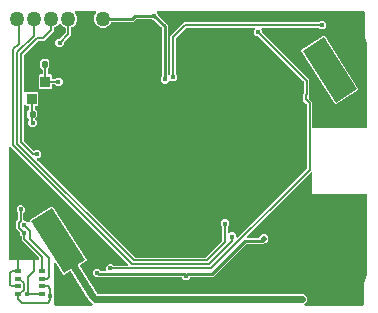
<source format=gbr>
G04 EAGLE Gerber RS-274X export*
G75*
%MOMM*%
%FSLAX34Y34*%
%LPD*%
%INBottom Copper*%
%IPPOS*%
%AMOC8*
5,1,8,0,0,1.08239X$1,22.5*%
G01*
%ADD10C,1.270000*%
%ADD11C,8.800000*%
%ADD12R,2.100000X5.200000*%
%ADD13R,0.850000X0.950000*%
%ADD14C,0.280800*%
%ADD15R,0.500000X0.350000*%
%ADD16C,0.403200*%
%ADD17C,0.453200*%
%ADD18C,0.203200*%
%ADD19C,0.200000*%
%ADD20C,0.254000*%
%ADD21C,0.503200*%
%ADD22C,0.609600*%

G36*
X177588Y47169D02*
X177588Y47169D01*
X177676Y47171D01*
X177729Y47188D01*
X177783Y47196D01*
X177863Y47232D01*
X177946Y47259D01*
X177986Y47287D01*
X178043Y47312D01*
X178156Y47408D01*
X178220Y47454D01*
X191416Y60650D01*
X191468Y60720D01*
X191528Y60784D01*
X191554Y60833D01*
X191587Y60877D01*
X191618Y60959D01*
X191658Y61037D01*
X191666Y61084D01*
X191688Y61143D01*
X191697Y61249D01*
X191699Y61256D01*
X191700Y61288D01*
X191700Y61290D01*
X191713Y61368D01*
X191713Y72864D01*
X191701Y72951D01*
X191698Y73039D01*
X191681Y73091D01*
X191673Y73146D01*
X191638Y73226D01*
X191611Y73309D01*
X191583Y73348D01*
X191557Y73405D01*
X191461Y73519D01*
X191416Y73582D01*
X190463Y74535D01*
X190463Y77465D01*
X192535Y79537D01*
X195465Y79537D01*
X197537Y77465D01*
X197537Y74535D01*
X196584Y73582D01*
X196532Y73513D01*
X196472Y73449D01*
X196446Y73399D01*
X196413Y73355D01*
X196382Y73273D01*
X196342Y73196D01*
X196334Y73148D01*
X196312Y73090D01*
X196300Y72942D01*
X196287Y72864D01*
X196287Y68739D01*
X196291Y68710D01*
X196288Y68681D01*
X196311Y68570D01*
X196327Y68458D01*
X196339Y68431D01*
X196344Y68402D01*
X196397Y68302D01*
X196443Y68199D01*
X196462Y68176D01*
X196475Y68150D01*
X196553Y68068D01*
X196626Y67982D01*
X196651Y67965D01*
X196671Y67944D01*
X196769Y67887D01*
X196863Y67824D01*
X196891Y67815D01*
X196916Y67800D01*
X197026Y67772D01*
X197134Y67738D01*
X197164Y67737D01*
X197192Y67730D01*
X197305Y67734D01*
X197418Y67731D01*
X197447Y67738D01*
X197476Y67739D01*
X197584Y67774D01*
X197693Y67803D01*
X197719Y67818D01*
X197747Y67827D01*
X197811Y67872D01*
X197938Y67948D01*
X197981Y67994D01*
X198020Y68022D01*
X198535Y68537D01*
X201465Y68537D01*
X203537Y66465D01*
X203537Y65199D01*
X203541Y65170D01*
X203538Y65141D01*
X203561Y65030D01*
X203577Y64918D01*
X203589Y64891D01*
X203594Y64862D01*
X203646Y64762D01*
X203693Y64658D01*
X203712Y64636D01*
X203725Y64610D01*
X203803Y64528D01*
X203876Y64441D01*
X203901Y64425D01*
X203921Y64404D01*
X204019Y64346D01*
X204113Y64284D01*
X204141Y64275D01*
X204166Y64260D01*
X204276Y64232D01*
X204384Y64198D01*
X204414Y64197D01*
X204442Y64190D01*
X204555Y64193D01*
X204668Y64190D01*
X204697Y64198D01*
X204726Y64199D01*
X204834Y64234D01*
X204943Y64262D01*
X204969Y64277D01*
X204997Y64286D01*
X205060Y64332D01*
X205188Y64408D01*
X205231Y64453D01*
X205270Y64481D01*
X262968Y122179D01*
X263020Y122249D01*
X263080Y122313D01*
X263106Y122362D01*
X263139Y122406D01*
X263170Y122488D01*
X263210Y122566D01*
X263218Y122614D01*
X263240Y122672D01*
X263252Y122820D01*
X263265Y122897D01*
X263265Y176688D01*
X263253Y176775D01*
X263250Y176862D01*
X263233Y176915D01*
X263225Y176970D01*
X263190Y177049D01*
X263163Y177133D01*
X263135Y177172D01*
X263109Y177229D01*
X263013Y177342D01*
X262968Y177406D01*
X260193Y180181D01*
X260193Y185819D01*
X260432Y186058D01*
X260484Y186128D01*
X260544Y186192D01*
X260570Y186241D01*
X260603Y186285D01*
X260634Y186367D01*
X260674Y186445D01*
X260682Y186492D01*
X260704Y186551D01*
X260716Y186699D01*
X260729Y186776D01*
X260729Y195639D01*
X260717Y195726D01*
X260714Y195813D01*
X260697Y195866D01*
X260689Y195920D01*
X260654Y196000D01*
X260627Y196083D01*
X260599Y196123D01*
X260573Y196180D01*
X260477Y196293D01*
X260432Y196357D01*
X222623Y234166D01*
X222553Y234218D01*
X222489Y234278D01*
X222440Y234304D01*
X222396Y234337D01*
X222314Y234368D01*
X222236Y234408D01*
X222188Y234416D01*
X222130Y234438D01*
X221982Y234450D01*
X221905Y234463D01*
X220535Y234463D01*
X218463Y236535D01*
X218463Y239465D01*
X218978Y239980D01*
X218996Y240004D01*
X219018Y240023D01*
X219081Y240117D01*
X219149Y240207D01*
X219160Y240235D01*
X219176Y240259D01*
X219210Y240367D01*
X219251Y240473D01*
X219253Y240502D01*
X219262Y240530D01*
X219265Y240643D01*
X219274Y240756D01*
X219268Y240785D01*
X219269Y240814D01*
X219240Y240924D01*
X219218Y241035D01*
X219205Y241061D01*
X219197Y241089D01*
X219140Y241187D01*
X219087Y241287D01*
X219067Y241309D01*
X219052Y241334D01*
X218969Y241411D01*
X218891Y241493D01*
X218866Y241508D01*
X218845Y241528D01*
X218744Y241580D01*
X218646Y241637D01*
X218618Y241644D01*
X218592Y241658D01*
X218514Y241671D01*
X218371Y241707D01*
X218308Y241705D01*
X218261Y241713D01*
X161368Y241713D01*
X161281Y241701D01*
X161194Y241698D01*
X161141Y241681D01*
X161086Y241673D01*
X161006Y241638D01*
X160923Y241611D01*
X160884Y241583D01*
X160827Y241557D01*
X160714Y241461D01*
X160650Y241416D01*
X152584Y233350D01*
X152532Y233280D01*
X152472Y233216D01*
X152446Y233167D01*
X152413Y233123D01*
X152382Y233041D01*
X152342Y232963D01*
X152334Y232916D01*
X152312Y232857D01*
X152300Y232710D01*
X152287Y232632D01*
X152287Y203136D01*
X152299Y203049D01*
X152302Y202961D01*
X152319Y202909D01*
X152327Y202854D01*
X152362Y202774D01*
X152389Y202691D01*
X152417Y202652D01*
X152443Y202595D01*
X152539Y202481D01*
X152584Y202418D01*
X153537Y201465D01*
X153537Y198535D01*
X151465Y196463D01*
X148535Y196463D01*
X148218Y196780D01*
X148171Y196816D01*
X148131Y196858D01*
X148058Y196901D01*
X147991Y196951D01*
X147936Y196972D01*
X147886Y197002D01*
X147804Y197022D01*
X147725Y197053D01*
X147667Y197057D01*
X147610Y197072D01*
X147526Y197069D01*
X147442Y197076D01*
X147384Y197065D01*
X147326Y197063D01*
X147246Y197037D01*
X147163Y197020D01*
X147111Y196993D01*
X147055Y196975D01*
X146999Y196935D01*
X146911Y196889D01*
X146838Y196820D01*
X146782Y196780D01*
X144465Y194463D01*
X141535Y194463D01*
X139463Y196535D01*
X139463Y199465D01*
X140162Y200164D01*
X140214Y200233D01*
X140274Y200297D01*
X140300Y200347D01*
X140333Y200391D01*
X140364Y200473D01*
X140404Y200550D01*
X140412Y200598D01*
X140434Y200656D01*
X140446Y200804D01*
X140459Y200882D01*
X140459Y241527D01*
X140447Y241614D01*
X140444Y241701D01*
X140427Y241754D01*
X140419Y241809D01*
X140384Y241888D01*
X140357Y241972D01*
X140329Y242011D01*
X140303Y242068D01*
X140207Y242181D01*
X140162Y242245D01*
X134241Y248166D01*
X134171Y248218D01*
X134107Y248278D01*
X134058Y248304D01*
X134014Y248337D01*
X133932Y248368D01*
X133854Y248408D01*
X133807Y248416D01*
X133748Y248438D01*
X133600Y248450D01*
X133523Y248463D01*
X132535Y248463D01*
X131836Y249162D01*
X131767Y249214D01*
X131703Y249274D01*
X131653Y249300D01*
X131609Y249333D01*
X131527Y249364D01*
X131450Y249404D01*
X131402Y249412D01*
X131344Y249434D01*
X131196Y249446D01*
X131119Y249459D01*
X119473Y249459D01*
X119386Y249447D01*
X119299Y249444D01*
X119246Y249427D01*
X119191Y249419D01*
X119112Y249384D01*
X119028Y249357D01*
X118989Y249329D01*
X118932Y249303D01*
X118819Y249207D01*
X118755Y249162D01*
X116502Y246909D01*
X98475Y246909D01*
X98473Y246909D01*
X98471Y246909D01*
X98331Y246889D01*
X98193Y246869D01*
X98192Y246869D01*
X98190Y246869D01*
X98064Y246812D01*
X97934Y246753D01*
X97932Y246752D01*
X97931Y246751D01*
X97824Y246660D01*
X97717Y246570D01*
X97716Y246568D01*
X97715Y246567D01*
X97706Y246554D01*
X97559Y246333D01*
X97550Y246304D01*
X97537Y246283D01*
X97061Y245133D01*
X94917Y242989D01*
X92116Y241829D01*
X89084Y241829D01*
X86283Y242989D01*
X84139Y245133D01*
X82979Y247934D01*
X82979Y250966D01*
X84139Y253767D01*
X84789Y254416D01*
X84806Y254440D01*
X84829Y254459D01*
X84892Y254553D01*
X84960Y254643D01*
X84970Y254671D01*
X84986Y254695D01*
X85021Y254803D01*
X85061Y254909D01*
X85063Y254938D01*
X85072Y254966D01*
X85075Y255080D01*
X85084Y255192D01*
X85079Y255221D01*
X85079Y255250D01*
X85051Y255360D01*
X85029Y255471D01*
X85015Y255497D01*
X85008Y255525D01*
X84950Y255623D01*
X84898Y255723D01*
X84877Y255745D01*
X84862Y255770D01*
X84780Y255847D01*
X84702Y255929D01*
X84677Y255944D01*
X84655Y255964D01*
X84554Y256016D01*
X84457Y256073D01*
X84428Y256080D01*
X84402Y256094D01*
X84325Y256107D01*
X84181Y256143D01*
X84119Y256141D01*
X84071Y256149D01*
X67729Y256149D01*
X67700Y256145D01*
X67671Y256148D01*
X67560Y256125D01*
X67448Y256109D01*
X67421Y256097D01*
X67392Y256092D01*
X67291Y256039D01*
X67188Y255993D01*
X67166Y255974D01*
X67140Y255961D01*
X67058Y255883D01*
X66971Y255810D01*
X66955Y255785D01*
X66934Y255765D01*
X66876Y255667D01*
X66814Y255573D01*
X66805Y255545D01*
X66790Y255520D01*
X66762Y255410D01*
X66728Y255302D01*
X66727Y255272D01*
X66720Y255244D01*
X66723Y255131D01*
X66721Y255018D01*
X66728Y254989D01*
X66729Y254960D01*
X66764Y254852D01*
X66792Y254743D01*
X66807Y254717D01*
X66816Y254689D01*
X66862Y254625D01*
X66938Y254498D01*
X66983Y254455D01*
X67011Y254416D01*
X67811Y253617D01*
X68971Y250816D01*
X68971Y247784D01*
X67811Y244983D01*
X65667Y242839D01*
X64263Y242258D01*
X64262Y242257D01*
X64261Y242257D01*
X64142Y242187D01*
X64019Y242114D01*
X64018Y242113D01*
X64016Y242112D01*
X63919Y242008D01*
X63823Y241907D01*
X63823Y241906D01*
X63822Y241904D01*
X63757Y241779D01*
X63693Y241654D01*
X63693Y241653D01*
X63692Y241651D01*
X63690Y241636D01*
X63638Y241375D01*
X63641Y241345D01*
X63637Y241320D01*
X63637Y235403D01*
X57834Y229600D01*
X57782Y229530D01*
X57722Y229466D01*
X57696Y229417D01*
X57663Y229373D01*
X57632Y229291D01*
X57592Y229213D01*
X57584Y229166D01*
X57562Y229107D01*
X57550Y228960D01*
X57537Y228882D01*
X57537Y227535D01*
X55465Y225463D01*
X52535Y225463D01*
X50463Y227535D01*
X50463Y230465D01*
X52535Y232537D01*
X53882Y232537D01*
X53969Y232549D01*
X54056Y232552D01*
X54109Y232569D01*
X54164Y232577D01*
X54244Y232612D01*
X54327Y232639D01*
X54366Y232667D01*
X54423Y232693D01*
X54536Y232789D01*
X54600Y232834D01*
X58766Y237000D01*
X58818Y237070D01*
X58878Y237134D01*
X58904Y237183D01*
X58937Y237227D01*
X58968Y237309D01*
X59008Y237387D01*
X59016Y237434D01*
X59038Y237493D01*
X59050Y237640D01*
X59063Y237718D01*
X59063Y241320D01*
X59063Y241322D01*
X59063Y241323D01*
X59043Y241463D01*
X59023Y241602D01*
X59023Y241603D01*
X59023Y241605D01*
X58966Y241731D01*
X58907Y241861D01*
X58906Y241862D01*
X58905Y241864D01*
X58814Y241971D01*
X58724Y242078D01*
X58722Y242079D01*
X58721Y242080D01*
X58708Y242088D01*
X58487Y242236D01*
X58458Y242245D01*
X58437Y242258D01*
X57033Y242839D01*
X54843Y245030D01*
X54796Y245065D01*
X54756Y245107D01*
X54683Y245150D01*
X54616Y245201D01*
X54561Y245222D01*
X54511Y245251D01*
X54429Y245272D01*
X54350Y245302D01*
X54292Y245307D01*
X54235Y245321D01*
X54151Y245318D01*
X54067Y245325D01*
X54009Y245314D01*
X53951Y245312D01*
X53871Y245286D01*
X53788Y245270D01*
X53736Y245243D01*
X53680Y245225D01*
X53624Y245185D01*
X53536Y245139D01*
X53463Y245070D01*
X53407Y245030D01*
X51367Y242989D01*
X49963Y242408D01*
X49962Y242407D01*
X49961Y242407D01*
X49842Y242337D01*
X49719Y242264D01*
X49718Y242263D01*
X49716Y242262D01*
X49619Y242158D01*
X49523Y242057D01*
X49523Y242056D01*
X49522Y242054D01*
X49457Y241929D01*
X49393Y241804D01*
X49393Y241803D01*
X49392Y241801D01*
X49390Y241786D01*
X49338Y241525D01*
X49341Y241495D01*
X49337Y241470D01*
X49337Y239103D01*
X47700Y237466D01*
X42584Y232350D01*
X40947Y230713D01*
X36037Y230713D01*
X35951Y230701D01*
X35863Y230698D01*
X35811Y230681D01*
X35756Y230673D01*
X35676Y230638D01*
X35593Y230611D01*
X35554Y230583D01*
X35497Y230557D01*
X35383Y230461D01*
X35320Y230416D01*
X23888Y218984D01*
X23836Y218915D01*
X23776Y218851D01*
X23750Y218801D01*
X23717Y218757D01*
X23686Y218676D01*
X23646Y218598D01*
X23638Y218550D01*
X23616Y218492D01*
X23604Y218344D01*
X23591Y218267D01*
X23591Y188339D01*
X23595Y188310D01*
X23592Y188281D01*
X23615Y188170D01*
X23631Y188057D01*
X23643Y188031D01*
X23648Y188002D01*
X23700Y187901D01*
X23747Y187798D01*
X23766Y187776D01*
X23779Y187749D01*
X23857Y187667D01*
X23930Y187581D01*
X23955Y187565D01*
X23975Y187543D01*
X24073Y187486D01*
X24167Y187423D01*
X24195Y187414D01*
X24220Y187400D01*
X24330Y187372D01*
X24438Y187338D01*
X24467Y187337D01*
X24496Y187330D01*
X24609Y187333D01*
X24722Y187330D01*
X24751Y187338D01*
X24780Y187339D01*
X24888Y187374D01*
X24997Y187402D01*
X25023Y187417D01*
X25051Y187426D01*
X25115Y187472D01*
X25242Y187547D01*
X25285Y187593D01*
X25324Y187621D01*
X25474Y187771D01*
X35026Y187771D01*
X35771Y187026D01*
X35771Y176474D01*
X35026Y175729D01*
X33986Y175729D01*
X33928Y175721D01*
X33870Y175723D01*
X33788Y175701D01*
X33704Y175689D01*
X33651Y175666D01*
X33595Y175651D01*
X33522Y175608D01*
X33445Y175573D01*
X33400Y175535D01*
X33350Y175506D01*
X33292Y175444D01*
X33228Y175390D01*
X33196Y175341D01*
X33156Y175298D01*
X33117Y175223D01*
X33070Y175153D01*
X33053Y175097D01*
X33026Y175045D01*
X33015Y174977D01*
X32985Y174882D01*
X32982Y174782D01*
X32971Y174714D01*
X32971Y173824D01*
X32983Y173738D01*
X32986Y173650D01*
X33003Y173598D01*
X33011Y173543D01*
X33046Y173463D01*
X33073Y173380D01*
X33101Y173341D01*
X33127Y173284D01*
X33223Y173170D01*
X33268Y173107D01*
X34671Y171704D01*
X34671Y166296D01*
X33406Y165031D01*
X33371Y164985D01*
X33329Y164944D01*
X33286Y164872D01*
X33235Y164804D01*
X33214Y164750D01*
X33185Y164699D01*
X33164Y164618D01*
X33134Y164539D01*
X33129Y164480D01*
X33115Y164424D01*
X33117Y164339D01*
X33110Y164255D01*
X33122Y164198D01*
X33124Y164140D01*
X33150Y164059D01*
X33166Y163977D01*
X33193Y163925D01*
X33211Y163869D01*
X33251Y163813D01*
X33297Y163724D01*
X33366Y163652D01*
X33406Y163596D01*
X34537Y162465D01*
X34537Y159535D01*
X32465Y157463D01*
X29535Y157463D01*
X27463Y159535D01*
X27463Y162465D01*
X28132Y163134D01*
X28184Y163203D01*
X28244Y163267D01*
X28270Y163317D01*
X28303Y163361D01*
X28334Y163443D01*
X28374Y163520D01*
X28382Y163568D01*
X28404Y163626D01*
X28416Y163774D01*
X28429Y163852D01*
X28429Y164176D01*
X28417Y164262D01*
X28414Y164350D01*
X28397Y164402D01*
X28389Y164457D01*
X28354Y164537D01*
X28327Y164620D01*
X28299Y164659D01*
X28273Y164716D01*
X28177Y164830D01*
X28132Y164893D01*
X26729Y166296D01*
X26729Y171704D01*
X28132Y173107D01*
X28184Y173176D01*
X28244Y173240D01*
X28270Y173290D01*
X28303Y173334D01*
X28334Y173416D01*
X28374Y173493D01*
X28382Y173541D01*
X28404Y173599D01*
X28416Y173747D01*
X28429Y173824D01*
X28429Y174714D01*
X28421Y174772D01*
X28423Y174830D01*
X28401Y174912D01*
X28389Y174996D01*
X28366Y175049D01*
X28351Y175105D01*
X28308Y175178D01*
X28273Y175255D01*
X28235Y175300D01*
X28206Y175350D01*
X28144Y175408D01*
X28090Y175472D01*
X28041Y175504D01*
X27998Y175544D01*
X27923Y175583D01*
X27853Y175630D01*
X27797Y175647D01*
X27745Y175674D01*
X27677Y175685D01*
X27582Y175715D01*
X27482Y175718D01*
X27414Y175729D01*
X25474Y175729D01*
X25324Y175879D01*
X25300Y175897D01*
X25281Y175919D01*
X25226Y175956D01*
X25219Y175963D01*
X25207Y175969D01*
X25187Y175982D01*
X25097Y176050D01*
X25069Y176060D01*
X25045Y176077D01*
X24937Y176111D01*
X24831Y176151D01*
X24802Y176154D01*
X24774Y176162D01*
X24661Y176165D01*
X24548Y176175D01*
X24519Y176169D01*
X24490Y176170D01*
X24380Y176141D01*
X24269Y176119D01*
X24243Y176105D01*
X24215Y176098D01*
X24117Y176040D01*
X24017Y175988D01*
X23995Y175968D01*
X23970Y175953D01*
X23893Y175870D01*
X23811Y175792D01*
X23796Y175767D01*
X23776Y175745D01*
X23724Y175645D01*
X23667Y175547D01*
X23660Y175518D01*
X23646Y175492D01*
X23633Y175415D01*
X23597Y175271D01*
X23599Y175209D01*
X23591Y175161D01*
X23591Y146403D01*
X23603Y146317D01*
X23606Y146229D01*
X23623Y146177D01*
X23631Y146122D01*
X23666Y146042D01*
X23693Y145959D01*
X23721Y145919D01*
X23747Y145862D01*
X23843Y145749D01*
X23888Y145685D01*
X31568Y138005D01*
X31615Y137970D01*
X31655Y137928D01*
X31728Y137885D01*
X31795Y137835D01*
X31850Y137814D01*
X31900Y137784D01*
X31982Y137763D01*
X32061Y137733D01*
X32119Y137729D01*
X32176Y137714D01*
X32260Y137717D01*
X32344Y137710D01*
X32401Y137721D01*
X32460Y137723D01*
X32540Y137749D01*
X32623Y137766D01*
X32675Y137793D01*
X32730Y137811D01*
X32787Y137851D01*
X32875Y137897D01*
X32948Y137965D01*
X33004Y138005D01*
X33535Y138537D01*
X36465Y138537D01*
X38537Y136465D01*
X38537Y133535D01*
X36465Y131463D01*
X35891Y131463D01*
X35862Y131459D01*
X35833Y131462D01*
X35722Y131439D01*
X35610Y131423D01*
X35583Y131411D01*
X35554Y131406D01*
X35454Y131354D01*
X35351Y131307D01*
X35328Y131288D01*
X35302Y131275D01*
X35220Y131197D01*
X35134Y131124D01*
X35117Y131099D01*
X35096Y131079D01*
X35039Y130981D01*
X34976Y130887D01*
X34967Y130859D01*
X34952Y130834D01*
X34924Y130724D01*
X34890Y130616D01*
X34889Y130586D01*
X34882Y130558D01*
X34886Y130445D01*
X34883Y130332D01*
X34890Y130303D01*
X34891Y130274D01*
X34926Y130166D01*
X34955Y130057D01*
X34970Y130031D01*
X34979Y130003D01*
X35024Y129940D01*
X35100Y129812D01*
X35146Y129769D01*
X35174Y129730D01*
X117450Y47454D01*
X117520Y47401D01*
X117584Y47341D01*
X117633Y47316D01*
X117677Y47283D01*
X117759Y47252D01*
X117837Y47212D01*
X117884Y47204D01*
X117943Y47182D01*
X118091Y47169D01*
X118168Y47156D01*
X177502Y47156D01*
X177588Y47169D01*
G37*
G36*
X310692Y6609D02*
X310692Y6609D01*
X310750Y6607D01*
X310832Y6629D01*
X310916Y6641D01*
X310969Y6664D01*
X311025Y6679D01*
X311098Y6722D01*
X311175Y6757D01*
X311220Y6795D01*
X311270Y6824D01*
X311328Y6886D01*
X311392Y6940D01*
X311424Y6989D01*
X311464Y7032D01*
X311503Y7107D01*
X311550Y7177D01*
X311567Y7233D01*
X311594Y7285D01*
X311605Y7353D01*
X311635Y7448D01*
X311638Y7548D01*
X311649Y7616D01*
X311649Y25476D01*
X313966Y32604D01*
X314015Y32884D01*
X314013Y32903D01*
X314015Y32918D01*
X314015Y100000D01*
X314007Y100058D01*
X314009Y100116D01*
X313987Y100198D01*
X313975Y100282D01*
X313952Y100335D01*
X313937Y100391D01*
X313894Y100464D01*
X313859Y100541D01*
X313821Y100586D01*
X313792Y100636D01*
X313730Y100694D01*
X313676Y100758D01*
X313627Y100790D01*
X313584Y100830D01*
X313509Y100869D01*
X313439Y100916D01*
X313383Y100933D01*
X313331Y100960D01*
X313263Y100971D01*
X313168Y101001D01*
X313068Y101004D01*
X313000Y101015D01*
X268015Y101015D01*
X268015Y118353D01*
X268011Y118382D01*
X268014Y118411D01*
X267991Y118522D01*
X267975Y118634D01*
X267963Y118661D01*
X267958Y118690D01*
X267906Y118790D01*
X267859Y118894D01*
X267840Y118916D01*
X267827Y118942D01*
X267749Y119024D01*
X267676Y119111D01*
X267651Y119127D01*
X267631Y119148D01*
X267533Y119206D01*
X267439Y119268D01*
X267411Y119277D01*
X267386Y119292D01*
X267276Y119320D01*
X267168Y119354D01*
X267138Y119355D01*
X267110Y119362D01*
X266997Y119359D01*
X266884Y119361D01*
X266855Y119354D01*
X266826Y119353D01*
X266718Y119318D01*
X266609Y119290D01*
X266583Y119275D01*
X266555Y119266D01*
X266492Y119220D01*
X266364Y119144D01*
X266321Y119099D01*
X266282Y119071D01*
X212485Y65274D01*
X212468Y65250D01*
X212445Y65231D01*
X212382Y65137D01*
X212314Y65047D01*
X212304Y65019D01*
X212288Y64995D01*
X212253Y64887D01*
X212213Y64781D01*
X212211Y64752D01*
X212202Y64724D01*
X212199Y64610D01*
X212189Y64498D01*
X212195Y64469D01*
X212194Y64440D01*
X212223Y64330D01*
X212245Y64219D01*
X212259Y64193D01*
X212266Y64165D01*
X212324Y64067D01*
X212376Y63967D01*
X212397Y63945D01*
X212412Y63920D01*
X212494Y63843D01*
X212572Y63761D01*
X212597Y63746D01*
X212619Y63726D01*
X212720Y63674D01*
X212817Y63617D01*
X212846Y63610D01*
X212872Y63596D01*
X212949Y63583D01*
X213093Y63547D01*
X213155Y63549D01*
X213203Y63541D01*
X222198Y63541D01*
X222256Y63549D01*
X222314Y63547D01*
X222396Y63569D01*
X222480Y63581D01*
X222533Y63604D01*
X222589Y63619D01*
X222662Y63662D01*
X222739Y63697D01*
X222784Y63735D01*
X222834Y63764D01*
X222892Y63826D01*
X222956Y63880D01*
X222988Y63929D01*
X223028Y63972D01*
X223067Y64047D01*
X223114Y64117D01*
X223131Y64173D01*
X223158Y64225D01*
X223169Y64293D01*
X223199Y64388D01*
X223202Y64488D01*
X223213Y64556D01*
X223213Y64569D01*
X225431Y66787D01*
X228569Y66787D01*
X230787Y64569D01*
X230787Y61431D01*
X228569Y59213D01*
X227227Y59213D01*
X227140Y59201D01*
X227053Y59198D01*
X227000Y59181D01*
X226945Y59173D01*
X226866Y59138D01*
X226782Y59111D01*
X226743Y59083D01*
X226686Y59057D01*
X226573Y58961D01*
X226509Y58916D01*
X226052Y58459D01*
X212270Y58459D01*
X212183Y58447D01*
X212096Y58444D01*
X212043Y58427D01*
X211988Y58419D01*
X211908Y58384D01*
X211825Y58357D01*
X211786Y58329D01*
X211729Y58303D01*
X211616Y58207D01*
X211552Y58162D01*
X183849Y30459D01*
X164881Y30459D01*
X164795Y30447D01*
X164707Y30444D01*
X164655Y30427D01*
X164600Y30419D01*
X164520Y30384D01*
X164437Y30357D01*
X164398Y30329D01*
X164341Y30303D01*
X164227Y30207D01*
X164164Y30162D01*
X162465Y28463D01*
X159535Y28463D01*
X157836Y30162D01*
X157767Y30214D01*
X157703Y30274D01*
X157653Y30300D01*
X157609Y30333D01*
X157527Y30364D01*
X157450Y30404D01*
X157402Y30412D01*
X157344Y30434D01*
X157196Y30446D01*
X157119Y30459D01*
X85547Y30459D01*
X85523Y30463D01*
X84535Y30463D01*
X82463Y32535D01*
X82463Y35465D01*
X84535Y37537D01*
X87465Y37537D01*
X89164Y35838D01*
X89233Y35786D01*
X89297Y35726D01*
X89347Y35700D01*
X89391Y35667D01*
X89473Y35636D01*
X89550Y35596D01*
X89598Y35588D01*
X89656Y35566D01*
X89804Y35554D01*
X89882Y35541D01*
X92448Y35541D01*
X92506Y35549D01*
X92564Y35547D01*
X92646Y35569D01*
X92730Y35581D01*
X92783Y35604D01*
X92839Y35619D01*
X92912Y35662D01*
X92989Y35697D01*
X93034Y35735D01*
X93084Y35764D01*
X93142Y35826D01*
X93206Y35880D01*
X93238Y35929D01*
X93278Y35972D01*
X93317Y36047D01*
X93364Y36117D01*
X93381Y36173D01*
X93408Y36225D01*
X93419Y36293D01*
X93449Y36388D01*
X93452Y36488D01*
X93463Y36556D01*
X93463Y39465D01*
X95535Y41537D01*
X98465Y41537D01*
X99434Y40568D01*
X99503Y40516D01*
X99567Y40456D01*
X99617Y40430D01*
X99661Y40397D01*
X99743Y40366D01*
X99820Y40326D01*
X99868Y40318D01*
X99926Y40296D01*
X100074Y40284D01*
X100152Y40271D01*
X111044Y40271D01*
X111073Y40275D01*
X111103Y40272D01*
X111214Y40295D01*
X111326Y40311D01*
X111353Y40323D01*
X111381Y40328D01*
X111482Y40380D01*
X111585Y40427D01*
X111608Y40446D01*
X111634Y40459D01*
X111716Y40537D01*
X111802Y40610D01*
X111818Y40635D01*
X111840Y40655D01*
X111897Y40753D01*
X111960Y40847D01*
X111969Y40875D01*
X111983Y40900D01*
X112011Y41010D01*
X112046Y41118D01*
X112046Y41148D01*
X112054Y41176D01*
X112050Y41289D01*
X112053Y41402D01*
X112045Y41431D01*
X112045Y41460D01*
X112010Y41568D01*
X111981Y41677D01*
X111966Y41703D01*
X111957Y41731D01*
X111912Y41794D01*
X111836Y41922D01*
X111790Y41965D01*
X111762Y42004D01*
X14050Y139716D01*
X12834Y140932D01*
X12810Y140950D01*
X12791Y140972D01*
X12697Y141035D01*
X12607Y141103D01*
X12579Y141114D01*
X12555Y141130D01*
X12447Y141164D01*
X12341Y141204D01*
X12312Y141207D01*
X12284Y141216D01*
X12170Y141219D01*
X12058Y141228D01*
X12029Y141222D01*
X12000Y141223D01*
X11890Y141194D01*
X11779Y141172D01*
X11753Y141158D01*
X11725Y141151D01*
X11627Y141093D01*
X11527Y141041D01*
X11505Y141021D01*
X11480Y141006D01*
X11403Y140923D01*
X11321Y140845D01*
X11306Y140820D01*
X11286Y140799D01*
X11234Y140698D01*
X11177Y140600D01*
X11170Y140572D01*
X11156Y140545D01*
X11143Y140468D01*
X11107Y140324D01*
X11109Y140262D01*
X11101Y140214D01*
X11101Y46000D01*
X11109Y45942D01*
X11107Y45884D01*
X11129Y45802D01*
X11141Y45719D01*
X11164Y45665D01*
X11179Y45609D01*
X11222Y45536D01*
X11257Y45459D01*
X11295Y45414D01*
X11324Y45364D01*
X11386Y45306D01*
X11440Y45242D01*
X11489Y45210D01*
X11532Y45170D01*
X11607Y45131D01*
X11677Y45085D01*
X11733Y45067D01*
X11785Y45040D01*
X11853Y45029D01*
X11948Y44999D01*
X12048Y44996D01*
X12116Y44985D01*
X35714Y44985D01*
X35772Y44993D01*
X35830Y44991D01*
X35912Y45013D01*
X35996Y45025D01*
X36049Y45049D01*
X36105Y45063D01*
X36178Y45106D01*
X36255Y45141D01*
X36300Y45179D01*
X36350Y45209D01*
X36408Y45270D01*
X36472Y45325D01*
X36504Y45373D01*
X36544Y45416D01*
X36583Y45491D01*
X36630Y45561D01*
X36647Y45617D01*
X36674Y45669D01*
X36685Y45737D01*
X36715Y45832D01*
X36718Y45932D01*
X36729Y46000D01*
X36729Y46639D01*
X36717Y46726D01*
X36714Y46813D01*
X36697Y46866D01*
X36689Y46920D01*
X36654Y47000D01*
X36627Y47083D01*
X36599Y47123D01*
X36573Y47180D01*
X36477Y47293D01*
X36432Y47357D01*
X21729Y62059D01*
X21729Y64848D01*
X21717Y64935D01*
X21714Y65023D01*
X21697Y65075D01*
X21689Y65130D01*
X21654Y65210D01*
X21627Y65293D01*
X21599Y65332D01*
X21573Y65389D01*
X21477Y65503D01*
X21432Y65566D01*
X20463Y66535D01*
X20463Y67905D01*
X20451Y67992D01*
X20448Y68079D01*
X20431Y68132D01*
X20423Y68186D01*
X20388Y68266D01*
X20361Y68349D01*
X20333Y68389D01*
X20307Y68446D01*
X20211Y68559D01*
X20166Y68623D01*
X17193Y71595D01*
X17193Y77819D01*
X18432Y79058D01*
X18484Y79128D01*
X18544Y79192D01*
X18570Y79241D01*
X18603Y79285D01*
X18634Y79367D01*
X18674Y79445D01*
X18682Y79492D01*
X18704Y79551D01*
X18716Y79699D01*
X18729Y79776D01*
X18729Y84848D01*
X18717Y84935D01*
X18714Y85023D01*
X18697Y85075D01*
X18689Y85130D01*
X18654Y85210D01*
X18627Y85293D01*
X18599Y85332D01*
X18573Y85389D01*
X18477Y85503D01*
X18432Y85566D01*
X17463Y86535D01*
X17463Y89465D01*
X19535Y91537D01*
X22465Y91537D01*
X24537Y89465D01*
X24537Y86535D01*
X23568Y85566D01*
X23516Y85497D01*
X23456Y85433D01*
X23430Y85383D01*
X23397Y85339D01*
X23366Y85257D01*
X23326Y85180D01*
X23318Y85132D01*
X23296Y85074D01*
X23285Y84945D01*
X23285Y84943D01*
X23285Y84936D01*
X23284Y84926D01*
X23271Y84848D01*
X23271Y79552D01*
X23279Y79494D01*
X23277Y79436D01*
X23299Y79354D01*
X23311Y79270D01*
X23334Y79217D01*
X23349Y79161D01*
X23392Y79088D01*
X23427Y79011D01*
X23465Y78966D01*
X23494Y78916D01*
X23556Y78858D01*
X23610Y78794D01*
X23659Y78762D01*
X23702Y78722D01*
X23777Y78683D01*
X23847Y78636D01*
X23903Y78619D01*
X23955Y78592D01*
X24023Y78581D01*
X24118Y78551D01*
X24218Y78548D01*
X24286Y78537D01*
X25465Y78537D01*
X26745Y77257D01*
X26793Y77221D01*
X26835Y77177D01*
X26906Y77136D01*
X26972Y77086D01*
X27028Y77064D01*
X27081Y77034D01*
X27161Y77014D01*
X27238Y76985D01*
X27298Y76980D01*
X27356Y76965D01*
X27439Y76968D01*
X27521Y76961D01*
X27580Y76973D01*
X27640Y76975D01*
X27719Y77001D01*
X27800Y77017D01*
X27853Y77045D01*
X27911Y77064D01*
X27979Y77110D01*
X28052Y77148D01*
X28096Y77190D01*
X28146Y77223D01*
X28198Y77287D01*
X28258Y77344D01*
X28289Y77396D01*
X28327Y77442D01*
X28353Y77505D01*
X28402Y77589D01*
X28427Y77688D01*
X28454Y77753D01*
X28655Y78653D01*
X47274Y90470D01*
X48302Y90240D01*
X76729Y45446D01*
X76499Y44419D01*
X71425Y41198D01*
X71385Y41164D01*
X71339Y41138D01*
X71277Y41072D01*
X71208Y41014D01*
X71179Y40970D01*
X71143Y40932D01*
X71101Y40852D01*
X71052Y40777D01*
X71036Y40726D01*
X71012Y40680D01*
X70994Y40591D01*
X70967Y40505D01*
X70966Y40453D01*
X70955Y40401D01*
X70963Y40311D01*
X70961Y40221D01*
X70974Y40170D01*
X70978Y40118D01*
X71006Y40051D01*
X71033Y39946D01*
X71081Y39867D01*
X71106Y39807D01*
X85346Y16800D01*
X85386Y16752D01*
X85418Y16698D01*
X85477Y16643D01*
X85528Y16581D01*
X85580Y16546D01*
X85625Y16504D01*
X85697Y16467D01*
X85764Y16422D01*
X85823Y16403D01*
X85878Y16374D01*
X85944Y16363D01*
X86034Y16334D01*
X86139Y16331D01*
X86209Y16319D01*
X260789Y16319D01*
X263319Y13789D01*
X263319Y10211D01*
X261441Y8334D01*
X261424Y8310D01*
X261401Y8291D01*
X261339Y8197D01*
X261271Y8107D01*
X261260Y8079D01*
X261244Y8055D01*
X261210Y7947D01*
X261169Y7841D01*
X261167Y7812D01*
X261158Y7784D01*
X261155Y7670D01*
X261146Y7558D01*
X261152Y7529D01*
X261151Y7500D01*
X261179Y7390D01*
X261202Y7279D01*
X261215Y7253D01*
X261223Y7225D01*
X261280Y7127D01*
X261333Y7027D01*
X261353Y7005D01*
X261368Y6980D01*
X261450Y6903D01*
X261528Y6821D01*
X261554Y6806D01*
X261575Y6786D01*
X261676Y6734D01*
X261774Y6677D01*
X261802Y6670D01*
X261828Y6656D01*
X261906Y6643D01*
X262049Y6607D01*
X262112Y6609D01*
X262159Y6601D01*
X310634Y6601D01*
X310692Y6609D01*
G37*
G36*
X313058Y156993D02*
X313058Y156993D01*
X313116Y156991D01*
X313198Y157013D01*
X313282Y157025D01*
X313335Y157049D01*
X313391Y157063D01*
X313464Y157106D01*
X313541Y157141D01*
X313586Y157179D01*
X313636Y157209D01*
X313694Y157270D01*
X313758Y157325D01*
X313790Y157373D01*
X313830Y157416D01*
X313869Y157491D01*
X313916Y157561D01*
X313933Y157617D01*
X313960Y157669D01*
X313971Y157737D01*
X314001Y157832D01*
X314004Y157932D01*
X314015Y158000D01*
X314015Y228723D01*
X314009Y228766D01*
X314012Y228809D01*
X313993Y228883D01*
X313975Y229004D01*
X313943Y229077D01*
X313928Y229134D01*
X312262Y232891D01*
X312186Y235990D01*
X312173Y236065D01*
X312171Y236140D01*
X312150Y236204D01*
X312149Y236210D01*
X312149Y237455D01*
X312147Y237469D01*
X312149Y237480D01*
X312118Y238715D01*
X312129Y238745D01*
X312137Y238870D01*
X312149Y238946D01*
X312149Y255134D01*
X312141Y255192D01*
X312143Y255250D01*
X312121Y255332D01*
X312109Y255416D01*
X312086Y255469D01*
X312071Y255525D01*
X312028Y255598D01*
X311993Y255675D01*
X311955Y255720D01*
X311926Y255770D01*
X311864Y255828D01*
X311810Y255892D01*
X311761Y255924D01*
X311718Y255964D01*
X311643Y256003D01*
X311573Y256050D01*
X311517Y256067D01*
X311465Y256094D01*
X311397Y256105D01*
X311302Y256135D01*
X311202Y256138D01*
X311134Y256149D01*
X137303Y256149D01*
X137274Y256145D01*
X137245Y256148D01*
X137134Y256125D01*
X137022Y256109D01*
X136995Y256097D01*
X136966Y256092D01*
X136866Y256039D01*
X136763Y255993D01*
X136740Y255974D01*
X136714Y255961D01*
X136632Y255883D01*
X136546Y255810D01*
X136529Y255785D01*
X136508Y255765D01*
X136451Y255667D01*
X136388Y255573D01*
X136379Y255545D01*
X136364Y255520D01*
X136336Y255410D01*
X136302Y255302D01*
X136301Y255272D01*
X136294Y255244D01*
X136298Y255131D01*
X136295Y255018D01*
X136302Y254989D01*
X136303Y254960D01*
X136338Y254852D01*
X136367Y254743D01*
X136382Y254717D01*
X136391Y254689D01*
X136436Y254625D01*
X136512Y254498D01*
X136558Y254455D01*
X136586Y254416D01*
X137537Y253465D01*
X137537Y252477D01*
X137549Y252390D01*
X137552Y252303D01*
X137569Y252250D01*
X137577Y252195D01*
X137612Y252116D01*
X137639Y252032D01*
X137667Y251993D01*
X137693Y251936D01*
X137789Y251823D01*
X137834Y251759D01*
X145541Y244052D01*
X145541Y202993D01*
X145545Y202964D01*
X145542Y202935D01*
X145565Y202824D01*
X145581Y202712D01*
X145593Y202685D01*
X145598Y202656D01*
X145651Y202556D01*
X145697Y202453D01*
X145716Y202430D01*
X145729Y202404D01*
X145807Y202322D01*
X145880Y202236D01*
X145905Y202219D01*
X145925Y202198D01*
X146023Y202141D01*
X146117Y202078D01*
X146145Y202069D01*
X146170Y202054D01*
X146280Y202026D01*
X146388Y201992D01*
X146417Y201991D01*
X146446Y201984D01*
X146559Y201988D01*
X146672Y201985D01*
X146701Y201992D01*
X146730Y201993D01*
X146838Y202028D01*
X146947Y202057D01*
X146973Y202072D01*
X147001Y202081D01*
X147065Y202126D01*
X147192Y202202D01*
X147235Y202248D01*
X147274Y202276D01*
X147416Y202418D01*
X147469Y202488D01*
X147528Y202551D01*
X147554Y202601D01*
X147587Y202645D01*
X147618Y202727D01*
X147658Y202804D01*
X147666Y202852D01*
X147688Y202911D01*
X147700Y203058D01*
X147713Y203136D01*
X147713Y234947D01*
X159053Y246287D01*
X272864Y246287D01*
X272951Y246299D01*
X273039Y246302D01*
X273091Y246319D01*
X273146Y246327D01*
X273226Y246362D01*
X273309Y246389D01*
X273348Y246417D01*
X273405Y246443D01*
X273519Y246539D01*
X273582Y246584D01*
X274535Y247537D01*
X277465Y247537D01*
X279537Y245465D01*
X279537Y242535D01*
X277465Y240463D01*
X274535Y240463D01*
X273582Y241416D01*
X273513Y241468D01*
X273449Y241528D01*
X273399Y241554D01*
X273355Y241587D01*
X273273Y241618D01*
X273196Y241658D01*
X273148Y241666D01*
X273090Y241688D01*
X272942Y241700D01*
X272864Y241713D01*
X225739Y241713D01*
X225710Y241709D01*
X225681Y241712D01*
X225570Y241689D01*
X225458Y241673D01*
X225431Y241661D01*
X225402Y241656D01*
X225302Y241603D01*
X225199Y241557D01*
X225176Y241538D01*
X225150Y241525D01*
X225068Y241447D01*
X224982Y241374D01*
X224965Y241349D01*
X224944Y241329D01*
X224887Y241231D01*
X224824Y241137D01*
X224815Y241109D01*
X224800Y241084D01*
X224772Y240974D01*
X224738Y240866D01*
X224737Y240836D01*
X224730Y240808D01*
X224734Y240695D01*
X224731Y240582D01*
X224738Y240553D01*
X224739Y240524D01*
X224774Y240416D01*
X224803Y240307D01*
X224818Y240281D01*
X224827Y240253D01*
X224872Y240189D01*
X224948Y240062D01*
X224994Y240019D01*
X225022Y239980D01*
X225537Y239465D01*
X225537Y238095D01*
X225549Y238008D01*
X225552Y237921D01*
X225569Y237868D01*
X225577Y237814D01*
X225612Y237734D01*
X225639Y237651D01*
X225667Y237611D01*
X225693Y237554D01*
X225754Y237482D01*
X225778Y237442D01*
X225808Y237413D01*
X225834Y237377D01*
X265271Y197941D01*
X265271Y184474D01*
X265032Y184236D01*
X264980Y184166D01*
X264920Y184102D01*
X264894Y184053D01*
X264861Y184008D01*
X264830Y183927D01*
X264790Y183849D01*
X264782Y183801D01*
X264760Y183743D01*
X264748Y183595D01*
X264735Y183518D01*
X264735Y182482D01*
X264747Y182396D01*
X264750Y182308D01*
X264767Y182256D01*
X264775Y182201D01*
X264810Y182121D01*
X264837Y182038D01*
X264865Y181998D01*
X264891Y181941D01*
X264987Y181828D01*
X265032Y181764D01*
X267807Y178990D01*
X267807Y158000D01*
X267815Y157942D01*
X267813Y157884D01*
X267835Y157802D01*
X267847Y157719D01*
X267870Y157665D01*
X267885Y157609D01*
X267928Y157536D01*
X267963Y157459D01*
X268001Y157414D01*
X268030Y157364D01*
X268092Y157306D01*
X268146Y157242D01*
X268195Y157210D01*
X268238Y157170D01*
X268313Y157131D01*
X268383Y157085D01*
X268439Y157067D01*
X268491Y157040D01*
X268559Y157029D01*
X268654Y156999D01*
X268754Y156996D01*
X268822Y156985D01*
X313000Y156985D01*
X313058Y156993D01*
G37*
%LPC*%
G36*
X286801Y177258D02*
X286801Y177258D01*
X258374Y222052D01*
X258604Y223079D01*
X277224Y234896D01*
X278251Y234666D01*
X306678Y189872D01*
X306448Y188845D01*
X287829Y177028D01*
X286801Y177258D01*
G37*
%LPD*%
G36*
X80870Y6605D02*
X80870Y6605D01*
X80899Y6602D01*
X81010Y6625D01*
X81122Y6641D01*
X81149Y6653D01*
X81178Y6658D01*
X81278Y6710D01*
X81382Y6757D01*
X81404Y6776D01*
X81430Y6789D01*
X81512Y6867D01*
X81599Y6940D01*
X81615Y6965D01*
X81636Y6985D01*
X81693Y7083D01*
X81756Y7177D01*
X81765Y7205D01*
X81780Y7230D01*
X81808Y7340D01*
X81842Y7448D01*
X81843Y7478D01*
X81850Y7506D01*
X81846Y7619D01*
X81849Y7732D01*
X81842Y7761D01*
X81841Y7790D01*
X81806Y7898D01*
X81777Y8007D01*
X81762Y8033D01*
X81753Y8061D01*
X81708Y8124D01*
X81632Y8252D01*
X81586Y8295D01*
X81559Y8334D01*
X80019Y9873D01*
X79929Y9941D01*
X79843Y10014D01*
X79818Y10024D01*
X79792Y10044D01*
X79563Y10132D01*
X79534Y10144D01*
X79269Y10206D01*
X78654Y11200D01*
X78614Y11248D01*
X78585Y11298D01*
X78540Y11339D01*
X78508Y11384D01*
X77681Y12211D01*
X77681Y12483D01*
X77666Y12594D01*
X77656Y12706D01*
X77646Y12731D01*
X77641Y12764D01*
X77541Y12988D01*
X77529Y13017D01*
X63824Y35159D01*
X63783Y35208D01*
X63750Y35263D01*
X63693Y35317D01*
X63642Y35377D01*
X63589Y35413D01*
X63542Y35457D01*
X63472Y35493D01*
X63407Y35537D01*
X63346Y35557D01*
X63289Y35586D01*
X63211Y35600D01*
X63136Y35625D01*
X63072Y35627D01*
X63009Y35639D01*
X62931Y35631D01*
X62852Y35634D01*
X62790Y35618D01*
X62726Y35612D01*
X62666Y35587D01*
X62577Y35564D01*
X62484Y35510D01*
X62417Y35482D01*
X57879Y32602D01*
X56852Y32832D01*
X50857Y42278D01*
X50763Y42388D01*
X50676Y42492D01*
X50674Y42493D01*
X50673Y42495D01*
X50554Y42573D01*
X50439Y42650D01*
X50437Y42650D01*
X50436Y42651D01*
X50302Y42693D01*
X50168Y42736D01*
X50166Y42736D01*
X50164Y42736D01*
X50026Y42739D01*
X49884Y42743D01*
X49882Y42742D01*
X49880Y42742D01*
X49745Y42707D01*
X49609Y42671D01*
X49607Y42670D01*
X49605Y42670D01*
X49482Y42596D01*
X49364Y42526D01*
X49363Y42524D01*
X49361Y42523D01*
X49264Y42419D01*
X49170Y42318D01*
X49169Y42317D01*
X49168Y42315D01*
X49103Y42188D01*
X49040Y42065D01*
X49040Y42064D01*
X49039Y42062D01*
X48986Y41783D01*
X48988Y41756D01*
X48985Y41734D01*
X48985Y17437D01*
X48997Y17351D01*
X49000Y17263D01*
X49017Y17211D01*
X49025Y17156D01*
X49060Y17076D01*
X49087Y16993D01*
X49115Y16954D01*
X49141Y16897D01*
X49237Y16783D01*
X49282Y16720D01*
X49537Y16465D01*
X49537Y13535D01*
X49282Y13280D01*
X49230Y13211D01*
X49170Y13147D01*
X49144Y13097D01*
X49111Y13053D01*
X49080Y12972D01*
X49040Y12894D01*
X49032Y12846D01*
X49010Y12788D01*
X48998Y12640D01*
X48985Y12563D01*
X48985Y7616D01*
X48993Y7558D01*
X48991Y7500D01*
X49013Y7418D01*
X49025Y7334D01*
X49049Y7281D01*
X49063Y7225D01*
X49106Y7152D01*
X49141Y7075D01*
X49179Y7030D01*
X49209Y6980D01*
X49270Y6922D01*
X49325Y6858D01*
X49373Y6826D01*
X49416Y6786D01*
X49491Y6747D01*
X49561Y6700D01*
X49617Y6683D01*
X49669Y6656D01*
X49737Y6645D01*
X49832Y6615D01*
X49932Y6612D01*
X50000Y6601D01*
X80841Y6601D01*
X80870Y6605D01*
G37*
%LPC*%
G36*
X36974Y190229D02*
X36974Y190229D01*
X36229Y190974D01*
X36229Y201526D01*
X36974Y202271D01*
X38464Y202271D01*
X38522Y202279D01*
X38580Y202277D01*
X38662Y202299D01*
X38746Y202311D01*
X38799Y202334D01*
X38855Y202349D01*
X38928Y202392D01*
X39005Y202427D01*
X39050Y202465D01*
X39100Y202494D01*
X39158Y202556D01*
X39222Y202610D01*
X39254Y202659D01*
X39294Y202702D01*
X39333Y202777D01*
X39380Y202847D01*
X39397Y202903D01*
X39424Y202955D01*
X39435Y203023D01*
X39465Y203118D01*
X39468Y203218D01*
X39479Y203286D01*
X39479Y205726D01*
X39467Y205812D01*
X39464Y205900D01*
X39447Y205952D01*
X39439Y206007D01*
X39404Y206087D01*
X39377Y206170D01*
X39349Y206209D01*
X39323Y206266D01*
X39227Y206380D01*
X39182Y206443D01*
X37329Y208296D01*
X37329Y213704D01*
X38896Y215271D01*
X43704Y215271D01*
X45271Y213704D01*
X45271Y208296D01*
X44318Y207343D01*
X44266Y207274D01*
X44206Y207210D01*
X44180Y207160D01*
X44147Y207116D01*
X44116Y207034D01*
X44076Y206957D01*
X44068Y206909D01*
X44046Y206851D01*
X44041Y206793D01*
X44035Y206773D01*
X44033Y206697D01*
X44021Y206626D01*
X44021Y203286D01*
X44029Y203228D01*
X44027Y203170D01*
X44049Y203088D01*
X44061Y203004D01*
X44084Y202951D01*
X44099Y202895D01*
X44142Y202822D01*
X44177Y202745D01*
X44215Y202700D01*
X44244Y202650D01*
X44306Y202592D01*
X44360Y202528D01*
X44409Y202496D01*
X44452Y202456D01*
X44527Y202417D01*
X44597Y202370D01*
X44653Y202353D01*
X44705Y202326D01*
X44773Y202315D01*
X44868Y202285D01*
X44968Y202282D01*
X45036Y202271D01*
X46526Y202271D01*
X47271Y201526D01*
X47271Y199536D01*
X47279Y199478D01*
X47277Y199420D01*
X47299Y199338D01*
X47311Y199254D01*
X47334Y199201D01*
X47349Y199145D01*
X47392Y199072D01*
X47427Y198995D01*
X47465Y198950D01*
X47494Y198900D01*
X47556Y198842D01*
X47610Y198778D01*
X47659Y198746D01*
X47702Y198706D01*
X47777Y198667D01*
X47847Y198620D01*
X47903Y198603D01*
X47955Y198576D01*
X48023Y198565D01*
X48118Y198535D01*
X48218Y198532D01*
X48286Y198521D01*
X50098Y198521D01*
X50185Y198533D01*
X50273Y198536D01*
X50325Y198553D01*
X50380Y198561D01*
X50460Y198596D01*
X50543Y198623D01*
X50582Y198651D01*
X50639Y198677D01*
X50753Y198773D01*
X50816Y198818D01*
X51535Y199537D01*
X54465Y199537D01*
X56537Y197465D01*
X56537Y194535D01*
X54465Y192463D01*
X51535Y192463D01*
X50316Y193682D01*
X50247Y193734D01*
X50183Y193794D01*
X50133Y193820D01*
X50089Y193853D01*
X50007Y193884D01*
X49930Y193924D01*
X49882Y193932D01*
X49824Y193954D01*
X49676Y193966D01*
X49598Y193979D01*
X48286Y193979D01*
X48228Y193971D01*
X48170Y193973D01*
X48088Y193951D01*
X48004Y193939D01*
X47951Y193916D01*
X47895Y193901D01*
X47822Y193858D01*
X47745Y193823D01*
X47700Y193785D01*
X47650Y193756D01*
X47592Y193694D01*
X47528Y193640D01*
X47496Y193591D01*
X47456Y193548D01*
X47417Y193473D01*
X47370Y193403D01*
X47353Y193347D01*
X47326Y193295D01*
X47315Y193227D01*
X47285Y193132D01*
X47282Y193032D01*
X47271Y192964D01*
X47271Y190974D01*
X46526Y190229D01*
X36974Y190229D01*
G37*
%LPD*%
D10*
X17700Y249400D03*
X47050Y249450D03*
X61350Y249300D03*
X90600Y249450D03*
X76000Y249500D03*
X32150Y249500D03*
D11*
X144604Y113922D02*
X195262Y146070D01*
D12*
G36*
X259730Y222288D02*
X277460Y233540D01*
X305322Y189636D01*
X287592Y178384D01*
X259730Y222288D01*
G37*
G36*
X29781Y77862D02*
X47511Y89114D01*
X75373Y45210D01*
X57643Y33958D01*
X29781Y77862D01*
G37*
D13*
X41750Y196250D03*
X41750Y181750D03*
X30250Y181750D03*
X30250Y196250D03*
D14*
X31404Y212596D02*
X33996Y212596D01*
X33996Y209404D01*
X31404Y209404D01*
X31404Y212596D01*
X31404Y212072D02*
X33996Y212072D01*
X40004Y209404D02*
X42596Y209404D01*
X40004Y209404D02*
X40004Y212596D01*
X42596Y212596D01*
X42596Y209404D01*
X42596Y212072D02*
X40004Y212072D01*
X40596Y167404D02*
X38004Y167404D01*
X38004Y170596D01*
X40596Y170596D01*
X40596Y167404D01*
X40596Y170072D02*
X38004Y170072D01*
X31996Y170596D02*
X29404Y170596D01*
X31996Y170596D02*
X31996Y167404D01*
X29404Y167404D01*
X29404Y170596D01*
X29404Y170072D02*
X31996Y170072D01*
D15*
X18750Y29250D03*
X18750Y22750D03*
X18750Y16250D03*
X18750Y35750D03*
X39250Y22750D03*
X39250Y29250D03*
X39250Y35750D03*
X39250Y16250D03*
D16*
X26000Y16000D03*
D17*
X256000Y148000D03*
X256000Y161000D03*
X252000Y173000D03*
X242000Y183000D03*
X232000Y193000D03*
X222000Y202000D03*
X205000Y205000D03*
X188000Y205000D03*
X261000Y136000D03*
X158000Y205000D03*
X129000Y226000D03*
X305000Y204000D03*
X305000Y221000D03*
X306000Y93000D03*
X306000Y75000D03*
X235000Y214000D03*
X246000Y205000D03*
X255000Y196000D03*
X267000Y183000D03*
X273000Y165000D03*
X290000Y165000D03*
X307000Y165000D03*
X146000Y179000D03*
X158000Y136000D03*
X158000Y126000D03*
X158000Y116000D03*
X183000Y136000D03*
X183000Y126000D03*
X183000Y115000D03*
D18*
X169933Y129996D02*
X158000Y118063D01*
X158000Y116000D01*
X164004Y129996D02*
X169933Y129996D01*
X164004Y129996D02*
X158000Y136000D01*
X169933Y129996D02*
X179004Y129996D01*
X183000Y126000D01*
X183000Y116929D02*
X169933Y129996D01*
X183000Y116929D02*
X183000Y115000D01*
X169933Y129996D02*
X165937Y126000D01*
X158000Y126000D01*
D17*
X306000Y60000D03*
X306000Y46000D03*
X306000Y30000D03*
X306000Y12000D03*
X288000Y12000D03*
X307000Y178000D03*
D19*
X27000Y17000D02*
X26000Y16000D01*
X27000Y17000D02*
X27000Y31000D01*
X32000Y36000D02*
X32000Y48000D01*
X32000Y36000D02*
X27000Y31000D01*
X18750Y22750D02*
X13350Y22750D01*
X12100Y24000D01*
X12100Y34100D01*
X13750Y35750D02*
X18750Y35750D01*
X13750Y35750D02*
X12100Y34100D01*
X18750Y35750D02*
X18750Y46750D01*
X20000Y48000D01*
X32000Y48000D01*
X26250Y16250D02*
X26000Y16000D01*
X26250Y16250D02*
X39250Y16250D01*
D17*
X52000Y30000D03*
X80000Y227000D03*
X43000Y225000D03*
X82000Y28000D03*
X103000Y22000D03*
X143000Y198000D03*
D20*
X143000Y243000D01*
X134000Y252000D01*
D17*
X134000Y252000D03*
X86000Y34000D03*
D20*
X87000Y33000D01*
X160000Y33000D01*
X161000Y32000D01*
X162000Y33000D01*
X182797Y33000D01*
X210797Y61000D01*
X115450Y249450D02*
X90600Y249450D01*
X115450Y249450D02*
X118000Y252000D01*
X134000Y252000D01*
D21*
X227000Y63000D03*
D20*
X225000Y61000D01*
X210797Y61000D01*
D19*
X23520Y25440D02*
X23520Y20060D01*
X19710Y16250D01*
X18750Y16250D01*
X23520Y25440D02*
X19710Y29250D01*
X18750Y29250D01*
D17*
X46000Y15000D03*
D19*
X44250Y22750D02*
X39250Y22750D01*
X44250Y22750D02*
X46000Y21000D01*
X46000Y15000D01*
X18750Y16250D02*
X18750Y12250D01*
X22000Y9000D01*
X46000Y11000D02*
X46000Y15000D01*
X44000Y9000D02*
X22000Y9000D01*
X44000Y9000D02*
X46000Y11000D01*
D17*
X161000Y32000D03*
X200000Y65000D03*
D18*
X200000Y61000D01*
X180568Y41568D01*
X115432Y41568D01*
X14700Y246400D02*
X17700Y249400D01*
X14700Y142300D02*
X115432Y41568D01*
X14700Y142300D02*
X14700Y223370D01*
X19165Y227835D01*
X19165Y247935D01*
X17700Y249400D01*
D17*
X194000Y76000D03*
D18*
X32150Y235150D02*
X32150Y249500D01*
X32150Y235150D02*
X18002Y221002D01*
X18002Y143668D01*
X178870Y44870D02*
X194000Y60000D01*
X194000Y76000D01*
X116800Y44870D02*
X18002Y143668D01*
X116800Y44870D02*
X178870Y44870D01*
X61350Y236350D02*
X61350Y249300D01*
X61350Y236350D02*
X54000Y229000D01*
D17*
X54000Y229000D03*
D18*
X35000Y135000D02*
X31340Y135000D01*
X21304Y145036D01*
D17*
X35000Y135000D03*
D18*
X34670Y233000D02*
X40000Y233000D01*
X47050Y240050D01*
X47050Y249450D01*
X21304Y219634D02*
X21304Y145036D01*
X21304Y219634D02*
X34670Y233000D01*
D17*
X150000Y200000D03*
D18*
X150000Y234000D01*
X160000Y244000D01*
X276000Y244000D01*
D17*
X276000Y244000D03*
D22*
X52577Y61536D02*
X82000Y14000D01*
D17*
X41000Y80000D03*
X45000Y74000D03*
D20*
X45000Y69113D01*
X52577Y61536D01*
X41000Y73113D01*
X41000Y80000D01*
D17*
X279000Y212000D03*
X283000Y206000D03*
X287000Y200000D03*
D18*
X282526Y205962D02*
X282564Y206000D01*
X283000Y206000D01*
X282526Y205962D02*
X287000Y201488D01*
X287000Y200000D01*
X282526Y205962D02*
X279000Y209488D01*
X279000Y212000D01*
D22*
X82000Y14000D02*
X84000Y12000D01*
X253000Y12000D01*
D21*
X259000Y12000D03*
D22*
X253000Y12000D01*
D21*
X253000Y12000D03*
D17*
X24000Y68000D03*
D19*
X39000Y48000D02*
X39000Y36000D01*
X39250Y35750D01*
X24000Y63000D02*
X24000Y68000D01*
X24000Y63000D02*
X39000Y48000D01*
D17*
X21000Y88000D03*
D19*
X21000Y78415D01*
X19464Y76879D01*
X19464Y72536D01*
X24000Y68000D01*
X39250Y29250D02*
X43250Y29250D01*
X45000Y31000D01*
X45000Y47000D01*
X29000Y63000D02*
X29000Y70000D01*
X24000Y75000D01*
X29000Y63000D02*
X45000Y47000D01*
D17*
X24000Y75000D03*
X97000Y38000D03*
D19*
X182000Y38000D01*
X262464Y181121D02*
X262464Y184879D01*
X263000Y185415D01*
X263000Y197000D01*
X265536Y178049D02*
X265536Y121536D01*
X265536Y178049D02*
X262464Y181121D01*
X265536Y121536D02*
X182000Y38000D01*
D17*
X222000Y238000D03*
D19*
X263000Y197000D01*
X30700Y181300D02*
X30250Y181750D01*
X30700Y181300D02*
X30700Y169000D01*
D17*
X31000Y161000D03*
D19*
X30700Y161300D02*
X30700Y169000D01*
X30700Y161300D02*
X31000Y161000D01*
X41750Y210550D02*
X41300Y211000D01*
X41750Y210550D02*
X41750Y196250D01*
D17*
X53000Y196000D03*
D19*
X52750Y196250D02*
X41750Y196250D01*
X52750Y196250D02*
X53000Y196000D01*
M02*

</source>
